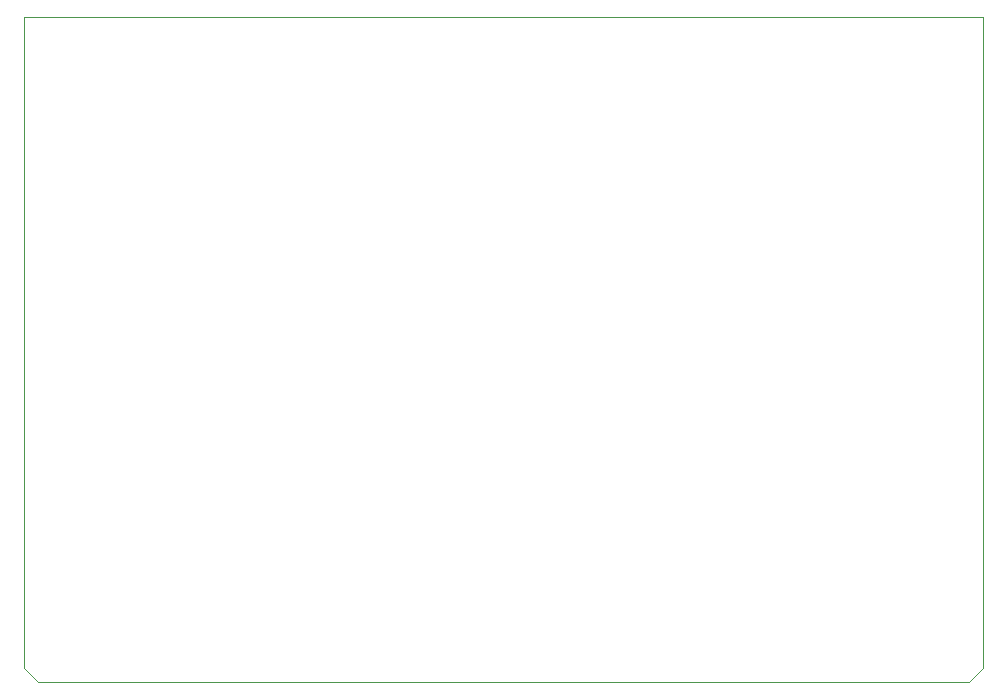
<source format=gbr>
G04 #@! TF.GenerationSoftware,KiCad,Pcbnew,(5.1.5)-3*
G04 #@! TF.CreationDate,2021-10-03T17:07:44+03:00*
G04 #@! TF.ProjectId,OPL3,4f504c33-2e6b-4696-9361-645f70636258,rev?*
G04 #@! TF.SameCoordinates,Original*
G04 #@! TF.FileFunction,Profile,NP*
%FSLAX46Y46*%
G04 Gerber Fmt 4.6, Leading zero omitted, Abs format (unit mm)*
G04 Created by KiCad (PCBNEW (5.1.5)-3) date 2021-10-03 17:07:44*
%MOMM*%
%LPD*%
G04 APERTURE LIST*
%ADD10C,0.050000*%
G04 APERTURE END LIST*
D10*
X99400000Y-67500000D02*
X99400000Y-67700000D01*
X180600000Y-67500000D02*
X99400000Y-67500000D01*
X180600000Y-80000000D02*
X180600000Y-67500000D01*
X99400000Y-80000000D02*
X99400000Y-67700000D01*
X180600000Y-80000000D02*
X180600000Y-85000000D01*
X99400000Y-85000000D02*
X99400000Y-80000000D01*
X99400000Y-85000000D02*
X99400000Y-116200000D01*
X99400000Y-122600000D02*
X100600000Y-123800000D01*
X99400000Y-116200000D02*
X99400000Y-122600000D01*
X180600000Y-114900000D02*
X180600000Y-85000000D01*
X179400000Y-123800000D02*
X100600000Y-123800000D01*
X180600000Y-122600000D02*
X180600000Y-114900000D01*
X179400000Y-123800000D02*
X180600000Y-122600000D01*
M02*

</source>
